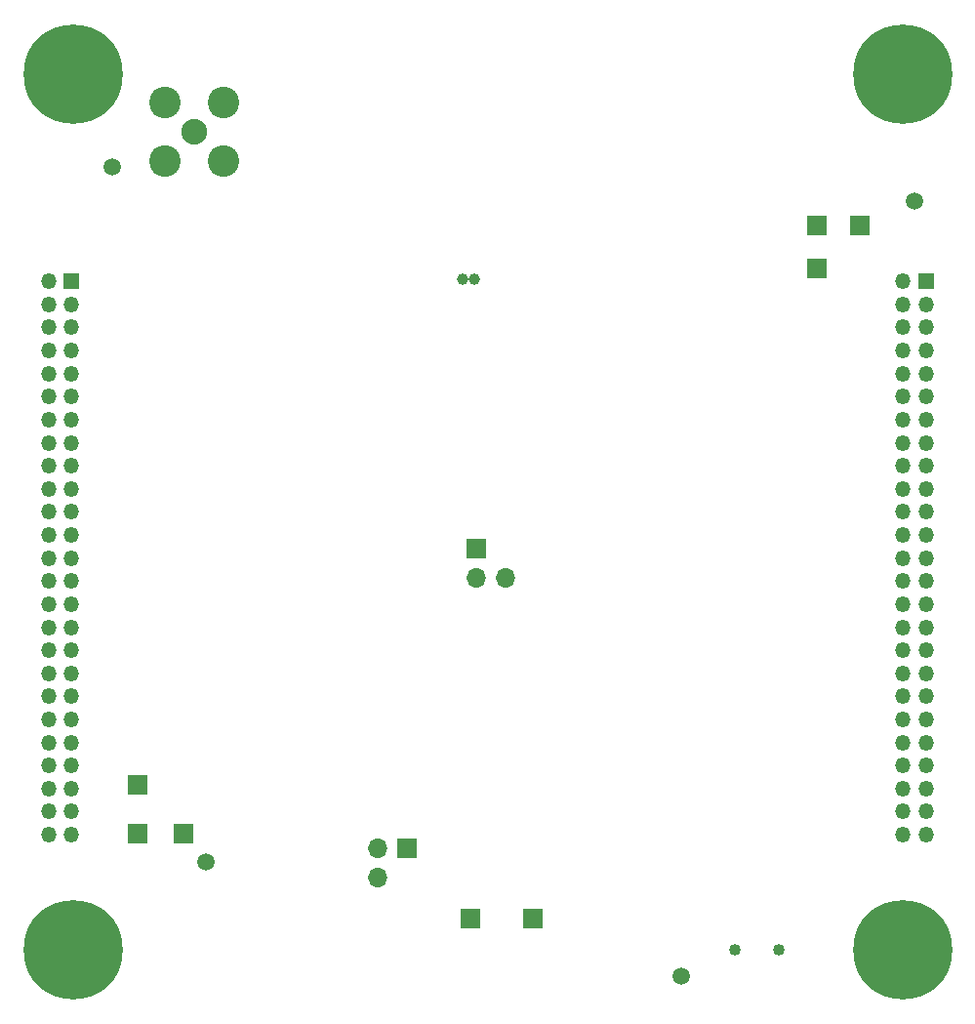
<source format=gbs>
G04 #@! TF.GenerationSoftware,KiCad,Pcbnew,(6.0.1)*
G04 #@! TF.CreationDate,2023-01-09T21:21:48+01:00*
G04 #@! TF.ProjectId,STS1_COBC_V2,53545331-5f43-44f4-9243-5f56322e6b69,rev?*
G04 #@! TF.SameCoordinates,Original*
G04 #@! TF.FileFunction,Soldermask,Bot*
G04 #@! TF.FilePolarity,Negative*
%FSLAX46Y46*%
G04 Gerber Fmt 4.6, Leading zero omitted, Abs format (unit mm)*
G04 Created by KiCad (PCBNEW (6.0.1)) date 2023-01-09 21:21:48*
%MOMM*%
%LPD*%
G01*
G04 APERTURE LIST*
%ADD10C,0.900000*%
%ADD11C,8.600000*%
%ADD12R,1.350000X1.350000*%
%ADD13O,1.350000X1.350000*%
%ADD14R,1.700000X1.700000*%
%ADD15O,1.700000X1.700000*%
%ADD16C,1.020000*%
%ADD17C,2.240000*%
%ADD18C,2.740000*%
%ADD19C,1.000000*%
%ADD20C,1.500000*%
G04 APERTURE END LIST*
D10*
X194880419Y-44019581D03*
X190319581Y-44019581D03*
X192600000Y-49525000D03*
X189375000Y-46300000D03*
D11*
X192600000Y-46300000D03*
D10*
X195825000Y-46300000D03*
X190319581Y-48580419D03*
X194880419Y-48580419D03*
X192600000Y-43075000D03*
X118349581Y-124580419D03*
X122910419Y-120019581D03*
X122910419Y-124580419D03*
X118349581Y-120019581D03*
X120630000Y-119075000D03*
D11*
X120630000Y-122300000D03*
D10*
X117405000Y-122300000D03*
X123855000Y-122300000D03*
X120630000Y-125525000D03*
X190319581Y-124580419D03*
X192600000Y-119075000D03*
D11*
X192600000Y-122300000D03*
D10*
X190319581Y-120019581D03*
X192600000Y-125525000D03*
X189375000Y-122300000D03*
X195825000Y-122300000D03*
X194880419Y-124580419D03*
X194880419Y-120019581D03*
D12*
X194600000Y-64300000D03*
D13*
X192600000Y-64300000D03*
X194600000Y-66300000D03*
X192600000Y-66300000D03*
X194600000Y-68300000D03*
X192600000Y-68300000D03*
X194600000Y-70300000D03*
X192600000Y-70300000D03*
X194600000Y-72300000D03*
X192600000Y-72300000D03*
X194600000Y-74300000D03*
X192600000Y-74300000D03*
X194600000Y-76300000D03*
X192600000Y-76300000D03*
X194600000Y-78300000D03*
X192600000Y-78300000D03*
X194600000Y-80300000D03*
X192600000Y-80300000D03*
X194600000Y-82300000D03*
X192600000Y-82300000D03*
X194600000Y-84300000D03*
X192600000Y-84300000D03*
X194600000Y-86300000D03*
X192600000Y-86300000D03*
X194600000Y-88300000D03*
X192600000Y-88300000D03*
X194600000Y-90300000D03*
X192600000Y-90300000D03*
X194600000Y-92300000D03*
X192600000Y-92300000D03*
X194600000Y-94300000D03*
X192600000Y-94300000D03*
X194600000Y-96300000D03*
X192600000Y-96300000D03*
X194600000Y-98300000D03*
X192600000Y-98300000D03*
X194600000Y-100300000D03*
X192600000Y-100300000D03*
X194600000Y-102300000D03*
X192600000Y-102300000D03*
X194600000Y-104300000D03*
X192600000Y-104300000D03*
X194600000Y-106300000D03*
X192600000Y-106300000D03*
X194600000Y-108300000D03*
X192600000Y-108300000D03*
X194600000Y-110300000D03*
X192600000Y-110300000D03*
X194600000Y-112300000D03*
X192600000Y-112300000D03*
D10*
X120600000Y-43075000D03*
X122880419Y-44019581D03*
X120600000Y-49525000D03*
X117375000Y-46300000D03*
X122880419Y-48580419D03*
X123825000Y-46300000D03*
X118319581Y-44019581D03*
X118319581Y-48580419D03*
D11*
X120600000Y-46300000D03*
D12*
X120500000Y-64300000D03*
D13*
X118500000Y-64300000D03*
X120500000Y-66300000D03*
X118500000Y-66300000D03*
X120500000Y-68300000D03*
X118500000Y-68300000D03*
X120500000Y-70300000D03*
X118500000Y-70300000D03*
X120500000Y-72300000D03*
X118500000Y-72300000D03*
X120500000Y-74300000D03*
X118500000Y-74300000D03*
X120500000Y-76300000D03*
X118500000Y-76300000D03*
X120500000Y-78300000D03*
X118500000Y-78300000D03*
X120500000Y-80300000D03*
X118500000Y-80300000D03*
X120500000Y-82300000D03*
X118500000Y-82300000D03*
X120500000Y-84300000D03*
X118500000Y-84300000D03*
X120500000Y-86300000D03*
X118500000Y-86300000D03*
X120500000Y-88300000D03*
X118500000Y-88300000D03*
X120500000Y-90300000D03*
X118500000Y-90300000D03*
X120500000Y-92300000D03*
X118500000Y-92300000D03*
X120500000Y-94300000D03*
X118500000Y-94300000D03*
X120500000Y-96300000D03*
X118500000Y-96300000D03*
X120500000Y-98300000D03*
X118500000Y-98300000D03*
X120500000Y-100300000D03*
X118500000Y-100300000D03*
X120500000Y-102300000D03*
X118500000Y-102300000D03*
X120500000Y-104300000D03*
X118500000Y-104300000D03*
X120500000Y-106300000D03*
X118500000Y-106300000D03*
X120500000Y-108300000D03*
X118500000Y-108300000D03*
X120500000Y-110300000D03*
X118500000Y-110300000D03*
X120500000Y-112300000D03*
X118500000Y-112300000D03*
D14*
X160532540Y-119600000D03*
X155132540Y-119600000D03*
X155592540Y-87460000D03*
D15*
X155632540Y-90000000D03*
X158172540Y-90000000D03*
D16*
X178045000Y-122242500D03*
X181855000Y-122242500D03*
D14*
X149562540Y-113465000D03*
D15*
X147022540Y-113505000D03*
X147022540Y-116045000D03*
D17*
X131132540Y-51300000D03*
D18*
X128592540Y-48760000D03*
X133672540Y-53840000D03*
X133672540Y-48760000D03*
X128592540Y-53840000D03*
D14*
X188871000Y-59490000D03*
X130232540Y-112200000D03*
D19*
X155465940Y-64100000D03*
X154399140Y-64100000D03*
D14*
X185188000Y-63173000D03*
X126232540Y-108000000D03*
X126232540Y-112200000D03*
X185188000Y-59490000D03*
D20*
X132122000Y-114690000D03*
X124037000Y-54375500D03*
X173400000Y-124600000D03*
X193632540Y-57300000D03*
M02*

</source>
